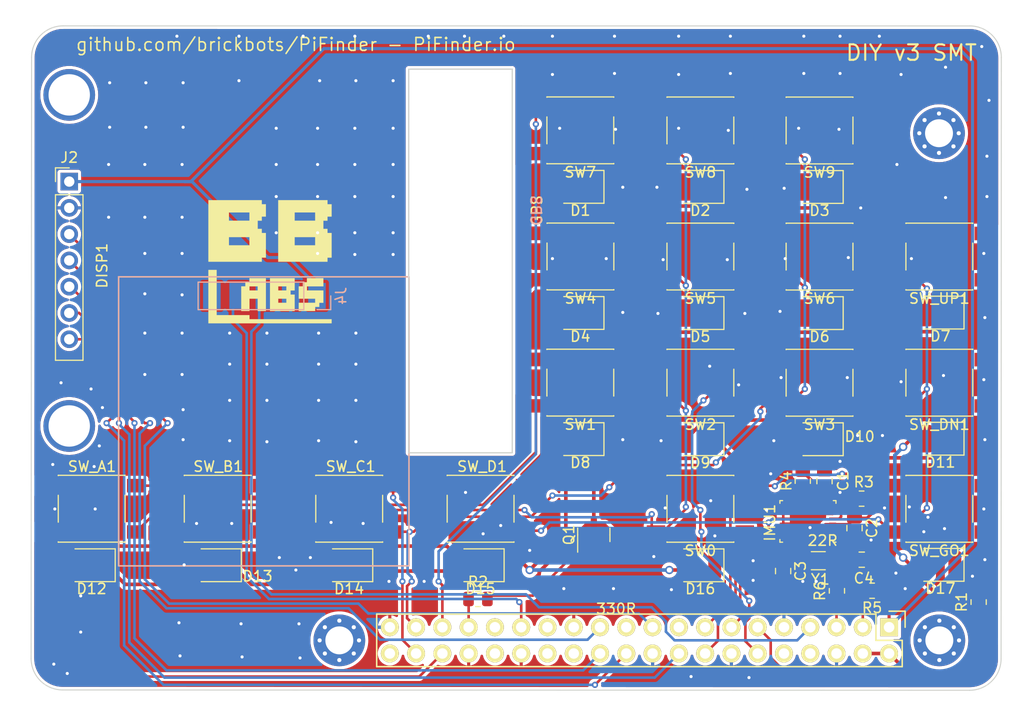
<source format=kicad_pcb>
(kicad_pcb (version 20211014) (generator pcbnew)
  (layers (0 "F.Cu" signal) (31 "B.Cu" signal) (34 "B.Paste" user) (35 "F.Paste" user) (36 "B.SilkS" user "B.Silkscreen") (37 "F.SilkS" user "F.Silkscreen") (38 "B.Mask" user) (39 "F.Mask" user) (44 "Edge.Cuts" user))
  (net 0 "")
  (net 4 "+3.3V")
  (net 5 "UART_TX")
  (net 13 "UART_RX")
  (net 16 "LED_C")
  (net 18 "DISP_DIN")
  (net 19 "DISP_CLK")
  (net 20 "DISP_CS")
  (net 21 "DISP_DC")
  (net 22 "DISP_RST")
  (net 23 "GND")
  (net 24 "I2C_SDA")
  (net 25 "I2C_SCL")
  (net 26 "COL1")
  (net 27 "ROW3")
  (net 28 "COL0")
  (net 29 "ROW2")
  (net 30 "COL2")
  (net 31 "ROW1")
  (net 32 "ROW0")
  (net 33 "ROW4")
  (net 34 "COL3")
  (net 35 "+5V")
  (net 36 "LED_A")
  (net 37 "LED_PWM")
  (net 38 "Net-(Q1-Pad2)")
  (net 40 "Net-(C1-Pad1)")
  (net 42 "Net-(IMU1-Pad4)")
  (net 46 "Net-(IMU1-Pad11)")
  (net 54 "Net-(C3-Pad1)")
  (net 55 "Net-(C4-Pad1)")
  (footprint "LED_SMD:LED_1210_3225Metric" (layer "F.Cu") (at 143.096 94.846 180)
    (fp_text reference "D8")
    (fp_text value "LED")
  )
  (footprint "LED_SMD:LED_1210_3225Metric" (layer "F.Cu") (at 177.9 82.616 180)
    (fp_text reference "D7")
    (fp_text value "LED")
  )
  (footprint "RSU:SW_Push_6x6mm_SMT_withhole_tight" (layer "F.Cu") (at 143.096 89.385 180)
    (fp_text reference "SW1")
    (fp_text value "SW_Push_Dual")
  )
  (footprint "RSU:SW_Push_6x6mm_SMT_withhole_tight" (layer "F.Cu") (at 143.096 64.9998 180)
    (fp_text reference "SW7")
    (fp_text value "SW_Push_Dual")
  )
  (footprint "Horizon:Mount_M2.5" (layer "F.Cu") (at 177.8 114.3)
    (fp_text reference "H3" hide)
    (fp_text value "Hole_Pad" hide)
  )
  (footprint "LED_SMD:LED_1210_3225Metric" (layer "F.Cu") (at 133.444 107.038 180)
    (fp_text reference "D15")
    (fp_text value "LED")
  )
  (footprint "Horizon:Mount_M2.5" (layer "F.Cu") (at 177.768 65.278)
    (fp_text reference "H1" hide)
    (fp_text value "Hole_Pad" hide)
  )
  (footprint "Crystal:Crystal_SMD_3215-2Pin_3.2x1.5mm" (layer "F.Cu") (at 166.1 106.6)
    (fp_text reference "Y1")
    (fp_text value "Crystal")
  )
  (footprint "RSU:SW_Push_6x6mm_SMT_withhole_tight" (layer "F.Cu") (at 143.1066 77.1918 180)
    (fp_text reference "SW4")
    (fp_text value "SW_Push_Dual")
  )
  (footprint "RSU:Waveshare1.5inOled_flushmount" (layer "F.Cu") (at 93.693 68.938)
    (fp_text reference "J2")
    (fp_text value "display")
    (fp_rect (start 42.8244 -9.8552) (end 32.8168 27.2288) (layer "Edge.Cuts") (width 0.12) (fill none))
  )
  (footprint "RSU:PF_SOT-23-NPN" (layer "F.Cu") (at 144.4 104.1 90)
    (fp_text reference "Q1")
    (fp_text value "Q_NPN_EBC")
  )
  (footprint "PiHat:Pin_Header_Straight_2x20" (layer "F.Cu") (at 148.812 114.3 -90)
    (fp_text reference "J1" hide)
    (fp_text value "Raspberry_Pi_2_3")
  )
  (footprint "RSU:SW_Push_6x6mm_SMT_withhole_tight" (layer "F.Cu") (at 166.22 65.0118 180)
    (fp_text reference "SW9")
    (fp_text value "SW_Push_Dual")
  )
  (footprint "LED_SMD:LED_1210_3225Metric" (layer "F.Cu") (at 143.096 82.654 180)
    (fp_text reference "D4")
    (fp_text value "LED")
  )
  (footprint "RSU:SW_Push_6x6mm_SMT_withhole_tight" (layer "F.Cu") (at 133.4546 101.5758 180)
    (fp_text reference "SW_D1")
    (fp_text value "SW_Push_Dual")
  )
  (footprint "Resistor_SMD:R_0805_2012Metric" (layer "F.Cu") (at 171.3 109.5 180)
    (fp_text reference "R5")
    (fp_text value "10k")
  )
  (footprint "LED_SMD:LED_1210_3225Metric" (layer "F.Cu") (at 154.692 94.853 180)
    (fp_text reference "D9")
    (fp_text value "LED")
  )
  (footprint "RSU:SW_Push_6x6mm_SMT_withhole_tight" (layer "F.Cu") (at 177.8 101.584 180)
    (fp_text reference "SW_GO1")
    (fp_text value "SW_Push_Dual")
  )
  (footprint "Capacitor_SMD:C_0805_2012Metric" (layer "F.Cu") (at 169.6 103.45 -90)
    (fp_text reference "C2")
    (fp_text value "100nF")
  )
  (footprint "LED_SMD:LED_1210_3225Metric" (layer "F.Cu") (at 166.22 94.858 180)
    (fp_text reference "D10")
    (fp_text value "LED")
  )
  (footprint "Resistor_SMD:R_0805_2012Metric" (layer "F.Cu") (at 170.2875 100.6 180)
    (fp_text reference "R3")
    (fp_text value "10k")
  )
  (footprint "Capacitor_SMD:C_0805_2012Metric" (layer "F.Cu") (at 170.3 106.5)
    (fp_text reference "C4")
    (fp_text value "22pF")
  )
  (footprint "LED_SMD:LED_1210_3225Metric" (layer "F.Cu") (at 154.692 107.045 180)
    (fp_text reference "D16")
    (fp_text value "LED")
  )
  (footprint "RSU:SW_Push_6x6mm_SMT_withhole_tight" (layer "F.Cu") (at 95.8626 101.5758 180)
    (fp_text reference "SW_A1")
    (fp_text value "SW_Push_Dual")
  )
  (footprint "Resistor_SMD:R_0805_2012Metric" (layer "F.Cu") (at 167.9 109.5125 90)
    (fp_text reference "R6")
    (fp_text value "10k")
  )
  (footprint "RSU:SW_Push_6x6mm_SMT_withhole_tight" (layer "F.Cu") (at 154.7026 77.1988 180)
    (fp_text reference "SW5")
    (fp_text value "SW_Push_Dual")
  )
  (footprint "RSU:SW_Push_6x6mm_SMT_withhole_tight" (layer "F.Cu") (at 108.044 101.577 180)
    (fp_text reference "SW_B1")
    (fp_text value "SW_Push_Dual")
  )
  (footprint "LED_SMD:LED_1210_3225Metric" (layer "F.Cu") (at 166.22 70.474 180)
    (fp_text reference "D3")
    (fp_text value "LED")
  )
  (footprint "LED_SMD:LED_1210_3225Metric" (layer "F.Cu") (at 154.692 70.469 180)
    (fp_text reference "D2")
    (fp_text value "LED")
  )
  (footprint "Capacitor_SMD:C_0805_2012Metric" (layer "F.Cu") (at 166.7 98.9 90)
    (fp_text reference "C1")
    (fp_text value "1uF")
  )
  (footprint "Package_LGA:LGA-28_5.2x3.8mm_P0.5mm" (layer "F.Cu") (at 165.1 102.8 180)
    (fp_text reference "IMU1")
    (fp_text value "BNO055")
  )
  (footprint "LED_SMD:LED_1210_3225Metric" (layer "F.Cu") (at 177.9 94.808 180)
    (fp_text reference "D11")
    (fp_text value "LED")
  )
  (footprint "Resistor_SMD:R_0805_2012Metric" (layer "F.Cu") (at 181.6 110.6 90)
    (fp_text reference "R1")
    (fp_text value "22")
  )
  (footprint "LED_SMD:LED_1210_3225Metric" (layer "F.Cu") (at 108.044 107.038 180)
    (fp_text reference "D13")
    (fp_text value "LED")
  )
  (footprint "RSU:SW_Push_6x6mm_SMT_withhole_tight" (layer "F.Cu") (at 154.7026 89.3908 180)
    (fp_text reference "SW2")
    (fp_text value "SW_Push_Dual")
  )
  (footprint "Horizon:Mount_M2.5" (layer "F.Cu") (at 119.8 114.3)
    (fp_text reference "H4" hide)
    (fp_text value "Hole_Pad" hide)
  )
  (footprint "RSU:SW_Push_6x6mm_SMT_withhole_tight" (layer "F.Cu") (at 120.7546 101.5758 180)
    (fp_text reference "SW_C1")
    (fp_text value "SW_Push_Dual")
  )
  (footprint "LED_SMD:LED_1210_3225Metric" (layer "F.Cu") (at 120.744 107.038 180)
    (fp_text reference "D14")
    (fp_text value "LED")
  )
  (footprint "Resistor_SMD:R_0805_2012Metric" (layer "F.Cu") (at 133.2 110.3)
    (fp_text reference "R2")
    (fp_text value "330")
  )
  (footprint "RSU:SW_Push_6x6mm_SMT_withhole_tight" (layer "F.Cu") (at 177.8 89.392 180)
    (fp_text reference "SW_DN1")
    (fp_text value "SW_Push_Dual")
  )
  (footprint "Resistor_SMD:R_0805_2012Metric" (layer "F.Cu") (at 164.6 98.9 -90)
    (fp_text reference "R4")
    (fp_text value "10k")
  )
  (footprint "RSU_Graphics:bblabs_logo_sml" (layer "F.Cu") (at 113.1 77.7)
    (fp_text reference "G***" hide)
    (fp_text value "LOGO" hide)
  )
  (footprint "LED_SMD:LED_1210_3225Metric" (layer "F.Cu") (at 154.692 82.661 180)
    (fp_text reference "D5")
    (fp_text value "LED")
  )
  (footprint "RSU:SW_Push_6x6mm_SMT_withhole_tight" (layer "F.Cu") (at 154.7026 101.5828 180)
    (fp_text reference "SW0")
    (fp_text value "SW_Push_Dual")
  )
  (footprint "LED_SMD:LED_1210_3225Metric" (layer "F.Cu") (at 177.9 107 180)
    (fp_text reference "D17")
    (fp_text value "LED")
  )
  (footprint "RSU:SW_Push_6x6mm_SMT_withhole_tight" (layer "F.Cu") (at 166.22 89.397 180)
    (fp_text reference "SW3")
    (fp_text value "SW_Push_Dual")
  )
  (footprint "LED_SMD:LED_1210_3225Metric" (layer "F.Cu") (at 166.22 82.666 180)
    (fp_text reference "D6")
    (fp_text value "LED")
  )
  (footprint "Capacitor_SMD:C_0805_2012Metric" (layer "F.Cu") (at 162.7 107.6 -90)
    (fp_text reference "C3")
    (fp_text value "22pF")
  )
  (footprint "LED_SMD:LED_1210_3225Metric" (layer "F.Cu") (at 143.096 70.462 180)
    (fp_text reference "D1")
    (fp_text value "LED")
  )
  (footprint "RSU:SW_Push_6x6mm_SMT_withhole_tight" (layer "F.Cu") (at 166.22 77.205 180)
    (fp_text reference "SW6")
    (fp_text value "SW_Push_Dual")
  )
  (footprint "RSU:SW_Push_6x6mm_SMT_withhole_tight" (layer "F.Cu") (at 154.7026 65.0068 180)
    (fp_text reference "SW8")
    (fp_text value "SW_Push_Dual")
  )
  (footprint "RSU:SW_Push_6x6mm_SMT_withhole_tight" (layer "F.Cu") (at 177.8 77.2 180)
    (fp_text reference "SW_UP1")
    (fp_text value "SW_Push_Dual")
  )
  (footprint "LED_SMD:LED_1210_3225Metric" (layer "F.Cu") (at 95.852 107.038 180)
    (fp_text reference "D12")
    (fp_text value "LED")
  )
  (footprint "RSU:GT-U7_GPS_smt" (layer "B.Cu") (at 117.64 81 90)
    (fp_text reference "J4")
    (fp_text value "GPS Module")
  )
  (gr_rect (start 98.4665 107.1) (end 126.5335 79.16) (layer "B.SilkS") (width 0.15) (fill none))
  (gr_line (start 93.055261 119.092739) (end 180.721 119.126) (layer "Edge.Cuts") (width 0.1))
  (gr_line (start 183.769 116.078) (end 183.792764 57.955248) (layer "Edge.Cuts") (width 0.1))
  (gr_arc (start 183.769 116.078) (mid 182.876258 118.23324) (end 180.721 119.126) (layer "Edge.Cuts") (width 0.1))
  (gr_line (start 90.052 57.948) (end 90.007261 116.044739) (layer "Edge.Cuts") (width 0.1))
  (gr_arc (start 93.055261 119.092739) (mid 90.9 118.2) (end 90.007261 116.044739) (layer "Edge.Cuts") (width 0.1))
  (gr_line (start 180.744764 54.907248) (end 93.1 54.9) (layer "Edge.Cuts") (width 0.1))
  (gr_arc (start 180.744764 54.907248) (mid 182.899996 55.800016) (end 183.792764 57.955248) (layer "Edge.Cuts") (width 0.1))
  (gr_arc (start 90.052 57.948) (mid 90.944739 55.792739) (end 93.1 54.9) (layer "Edge.Cuts") (width 0.1))
  (gr_text "GPS" (at 138.778 72.748 270) (layer "B.SilkS") (effects (font (size 1 1)) (justify mirror)))
  (gr_text "DIY v3 SMT" (at 175.1 57.5) (layer "F.SilkS") (effects (font (size 1.5 1.5) (thickness 0.2))))
  (gr_text "github.com/brickbots/PiFinder - PiFinder.io" (at 115.6 56.7) (layer "F.SilkS") (effects (font (size 1.25 1.25))))
  (gr_text "330R" (at 146.558 111.252) (layer "F.SilkS") (effects (font (size 1 1))))
  (gr_text "DISP1" (at 96.868 78.082 90) (layer "F.SilkS") (effects (font (size 1 1))))
  (gr_text "22R" (at 166.52 104.653) (layer "F.SilkS") (effects (font (size 1 1))))
  (gr_text "GPS" (at 138.905 72.748 90) (layer "F.SilkS") (effects (font (size 1 1))))
  (segment (start 169.6 102.5) (end 170.7 102.5) (width 0.3) (layer "F.Cu") (net 4))
  (segment (start 172.2125 108.6125) (end 172.2125 109.5) (width 0.3) (layer "F.Cu") (net 4))
  (segment (start 171.2 102.1) (end 171.2 100.6) (width 0.3) (layer "F.Cu") (net 4))
  (segment (start 172.2125 104.0125) (end 172.2125 109.5) (width 0.3) (layer "F.Cu") (net 4))
  (segment (start 169.6 102.5) (end 170.8 102.5) (width 0.3) (layer "F.Cu") (net 4))
  (segment (start 166.85 103.905) (end 166.85 104.4625) (width 0.2) (layer "F.Cu") (net 4))
  (segment (start 166.7 103.133) (end 166.7 103.755) (width 0.2) (layer "F.Cu") (net 4))
  (segment (start 166.783 103.05) (end 166.7 103.133) (width 0.2) (layer "F.Cu") (net 4))
  (segment (start 169.05 103.05) (end 167.4875 103.05) (width 0.2) (layer "F.Cu") (net 4))
  (segment (start 172.942 110.2295) (end 172.942 113.03) (width 0.3) (layer "F.Cu") (net 4))
  (segment (start 165.5125 98.9) (end 164.6 97.9875) (width 0.3) (layer "F.Cu") (net 4))
  (segment (start 169.6 102.5) (end 169.05 103.05) (width 0.3) (layer "F.Cu") (net 4))
  (segment (start 167.9 108.6) (end 168.3 108.2) (width 0.3) (layer "F.Cu") (net 4))
  (segment (start 172.2125 109.5) (end 172.942 110.2295) (width 0.3) (layer "F.Cu") (net 4))
  (segment (start 168.3 108.2) (end 171.8 108.2) (width 0.3) (layer "F.Cu") (net 4))
  (segment (start 169.5 98.9) (end 165.5125 98.9) (width 0.3) (layer "F.Cu") (net 4))
  (segment (start 170.7 102.5) (end 172.2125 104.0125) (width 0.3) (layer "F.Cu") (net 4))
  (segment (start 171.2 100.6) (end 169.5 98.9) (width 0.3) (layer "F.Cu") (net 4))
  (segment (start 171.8 108.2) (end 172.2125 108.6125) (width 0.3) (layer "F.Cu") (net 4))
  (segment (start 166.7 103.755) (end 166.85 103.905) (width 0.2) (layer "F.Cu") (net 4))
  (segment (start 170.8 102.5) (end 171.2 102.1) (width 0.3) (layer "F.Cu") (net 4))
  (segment (start 167.4875 103.05) (end 166.783 103.05) (width 0.2) (layer "F.Cu") (net 4))
  (segment (start 181.004317 104.967683) (end 172.942 113.03) (width 0.3) (layer "B.Cu") (net 4))
  (segment (start 105.454 69.946) (end 118.3 57.1) (width 0.3) (layer "B.Cu") (net 4))
  (segment (start 105.454 69.954) (end 105.454 69.946) (width 0.3) (layer "B.Cu") (net 4))
  (segment (start 105.554 69.954) (end 112.9 77.3) (width 0.3) (layer "B.Cu") (net 4))
  (segment (start 112.9 77.3) (end 114.9 77.3) (width 0.3) (layer "B.Cu") (net 4))
  (segment (start 118.3 57.1) (end 179.7 57.1) (width 0.3) (layer "B.Cu") (net 4))
  (segment (start 114.9 77.3) (end 117.64 80.04) (width 0.3) (layer "B.Cu") (net 4))
  (segment (start 104.854 69.954) (end 105.554 69.954) (width 0.3) (layer "B.Cu") (net 4))
  (segment (start 117.64 80.04) (end 117.64 81) (width 0.3) (layer "B.Cu") (net 4))
  (segment (start 181.004317 58.404317) (end 181.004317 104.967683) (width 0.3) (layer "B.Cu") (net 4))
  (segment (start 105.454 69.954) (end 104.854 69.954) (width 0.3) (layer "B.Cu") (net 4))
  (segment (start 104.854 69.954) (end 93.693 69.954) (width 0.3) (layer "B.Cu") (net 4))
  (segment (start 179.7 57.1) (end 181.004317 58.404317) (width 0.3) (layer "B.Cu") (net 4))
  (segment (start 151.373108 112.486962) (end 149.986146 111.1) (width 0.25) (layer "B.Cu") (net 5))
  (segment (start 149.986146 111.1) (end 139.1 111.1) (width 0.25) (layer "B.Cu") (net 5))
  (segment (start 111.3 107.9) (end 111.3 84.46) (width 0.25) (layer "B.Cu") (net 5))
  (segment (start 112.06 83.7) (end 112.06 81.96) (width 0.25) (layer "B.Cu") (net 5))
  (segment (start 111.3 84.46) (end 112.06 83.7) (width 0.25) (layer "B.Cu") (net 5))
  (segment (start 165.322 113.03) (end 164.059036 114.292964) (width 0.25) (layer "B.Cu") (net 5))
  (segment (start 137.85 109.85) (end 113.25 109.85) (width 0.25) (layer "B.Cu") (net 5))
  (segment (start 113.25 109.85) (end 111.3 107.9) (width 0.25) (layer "B.Cu") (net 5))
  (segment (start 139.1 111.1) (end 137.85 109.85) (width 0.25) (layer "B.Cu") (net 5))
  (segment (start 164.059036 114.292964) (end 152.204029 114.292964) (width 0.25) (layer "B.Cu") (net 5))
  (segment (start 151.373108 113.462043) (end 151.373108 112.486962) (width 0.25) (layer "B.Cu") (net 5))
  (segment (start 152.204029 114.292964) (end 151.373108 113.462043) (width 0.25) (layer "B.Cu") (net 5))
  (segment (start 137.382 110.782) (end 137.382 113.03) (width 0.25) (layer "F.Cu") (net 13))
  (segment (start 137.2 110.6) (end 137.382 110.782) (width 0.25) (layer "F.Cu") (net 13))
  (via (at 137.2 110.6) (size 0.6) (drill 0.3) (layers "F.Cu" "B.Cu") (net 13))
  (segment (start 110.845 108.145) (end 113 110.3) (width 0.25) (layer "B.Cu") (net 13))
  (segment (start 110.845 84.605) (end 110.845 108.145) (width 0.25) (layer "B.Cu") (net 13))
  (segment (start 109.52 83.28) (end 110.845 84.605) (width 0.25) (layer "B.Cu") (net 13))
  (segment (start 113 110.3) (end 136.9 110.3) (width 0.25) (layer "B.Cu") (net 13))
  (segment (start 136.9 110.3) (end 137.2 110.6) (width 0.25) (layer "B.Cu") (net 13))
  (segment (start 109.52 81.96) (end 109.52 83.28) (width 0.25) (layer "B.Cu") (net 13))
  (segment (start 99.102 108.888) (end 107.594 108.888) (width 0.35) (layer "F.Cu") (net 16))
  (segment (start 131.347984 108.888) (end 132.994 108.888) (width 0.35) (layer "F.Cu") (net 16))
  (segment (start 139.125 107.883148) (end 138.026513 108.981635) (width 0.35) (layer "F.Cu") (net 16))
  (segment (start 177.45 84.466) (end 179.3 82.616) (width 0.35) (layer "F.Cu") (net 16))
  (segment (start 143.632906 103.1625) (end 139.125 107.670406) (width 0.35) (layer "F.Cu") (net 16))
  (segment (start 179.3 82.616) (end 179.3 94.808) (width 0.35) (layer "F.Cu") (net 16))
  (segment (start 179.3 78.1536) (end 171.6204 70.474) (width 0.35) (layer "F.Cu") (net 16))
  (segment (start 138.026513 108.981635) (end 136.787635 108.981635) (width 0.35) (layer "F.Cu") (net 16))
  (segment (start 169.42 96.658) (end 177.45 96.658) (width 0.35) (layer "F.Cu") (net 16))
  (segment (start 120.294 108.888) (end 122.144 107.038) (width 0.35) (layer "F.Cu") (net 16))
  (segment (start 122.144 107.038) (end 122.706 107.6) (width 0.35) (layer "F.Cu") (net 16))
  (segment (start 157.947 84.516) (end 165.77 84.516) (width 0.35) (layer "F.Cu") (net 16))
  (segment (start 97.252 107.038) (end 99.102 108.888) (width 0.35) (layer "F.Cu") (net 16))
  (segment (start 139.125 107.670406) (end 139.125 107.883148) (width 0.35) (layer "F.Cu") (net 16))
  (segment (start 144.496 82.654) (end 146.353 84.511) (width 0.35) (layer "F.Cu") (net 16))
  (segment (start 156.092 94.853) (end 158.189 96.95) (width 0.35) (layer "F.Cu") (net 16))
  (segment (start 179.3 94.808) (end 179.3 107) (width 0.35) (layer "F.Cu") (net 16))
  (segment (start 144.496 94.846) (end 146.353 96.703) (width 0.35) (layer "F.Cu") (net 16))
  (segment (start 136.787635 108.981635) (end 134.844 107.038) (width 0.35) (layer "F.Cu") (net 16))
  (segment (start 144.496 70.462) (end 146.353 72.319) (width 0.35) (layer "F.Cu") (net 16))
  (segment (start 144.4 103.1625) (end 144.4 94.942) (width 0.35) (layer "F.Cu") (net 16))
  (segment (start 111.294 108.888) (end 120.294 108.888) (width 0.35) (layer "F.Cu") (net 16))
  (segment (start 122.706 107.6) (end 130.059984 107.6) (width 0.35) (layer "F.Cu") (net 16))
  (segment (start 154.242 96.703) (end 156.092 94.853) (width 0.35) (layer "F.Cu") (net 16))
  (segment (start 156.092 82.661) (end 157.947 84.516) (width 0.35) (layer "F.Cu") (net 16))
  (segment (start 167.62 94.858) (end 169.42 96.658) (width 0.35) (layer "F.Cu") (net 16))
  (segment (start 132.994 108.888) (end 134.844 107.038) (width 0.35) (layer "F.Cu") (net 16))
  (segment (start 147.495 105.195) (end 145.4625 103.1625) (width 0.35) (layer "F.Cu") (net 16))
  (segment (start 169.42 84.466) (end 177.45 84.466) (width 0.35) (layer "F.Cu") (net 16))
  (segment (start 165.528 96.95) (end 167.62 94.858) (width 0.35) (layer "F.Cu") (net 16))
  (segment (start 154.242 84.511) (end 156.092 82.661) (width 0.35) (layer "F.Cu") (net 16))
  (segment (start 154.242 72.319) (end 156.092 70.469) (width 0.35) (layer "F.Cu") (net 16))
  (segment (start 156.092 107.045) (end 154.242 105.195) (width 0.35) (layer "F.Cu") (net 16))
  (segment (start 179.3 82.616) (end 179.3 78.1536) (width 0.35) (layer "F.Cu") (net 16))
  (segment (start 156.092 70.469) (end 158.123 72.5) (width 0.35) (layer "F.Cu") (net 16))
  (segment (start 165.77 84.516) (end 167.62 82.666) (width 0.35) (layer "F.Cu") (net 16))
  (segment (start 158.123 72.5) (end 165.594 72.5) (width 0.35) (layer "F.Cu") (net 16))
  (segment (start 144.4 103.1625) (end 143.632906 103.1625) (width 0.35) (layer "F.Cu") (net 16))
  (segment (start 167.62 82.666) (end 169.42 84.466) (width 0.35) (layer "F.Cu") (net 16))
  (segment (start 130.059984 107.6) (end 131.347984 108.888) (width 0.35) (layer "F.Cu") (net 16))
  (segment (start 146.353 72.319) (end 154.242 72.319) (width 0.35) (layer "F.Cu") (net 16))
  (segment (start 145.4625 103.1625) (end 144.4 103.1625) (width 0.35) (layer "F.Cu") (net 16))
  (segment (start 154.242 105.195) (end 147.495 105.195) (width 0.35) (layer "F.Cu") (net 16))
  (segment (start 177.45 96.658) (end 179.3 94.808) (width 0.35) (layer "F.Cu") (net 16))
  (segment (start 165.594 72.5) (end 167.62 70.474) (width 0.35) (layer "F.Cu") (net 16))
  (segment (start 109.444 107.038) (end 111.294 108.888) (width 0.35) (layer "F.Cu") (net 16))
  (segment (start 146.353 84.511) (end 154.242 84.511) (width 0.35) (layer "F.Cu") (net 16))
  (segment (start 171.6204 70.474) (end 167.62 70.474) (width 0.35) (layer "F.Cu") (net 16))
  (segment (start 158.189 96.95) (end 165.528 96.95) (width 0.35) (layer "F.Cu") (net 16))
  (segment (start 107.594 108.888) (end 109.444 107.038) (width 0.35) (layer "F.Cu") (net 16))
  (segment (start 146.353 96.703) (end 154.242 96.703) (width 0.35) (layer "F.Cu") (net 16))
  (segment (start 99.9 90) (end 103.2 93.3) (width 0.25) (layer "F.Cu") (net 18))
  (segment (start 93.693 75.034) (end 99.9 81.241) (width 0.25) (layer "F.Cu") (net 18))
  (segment (start 99.9 81.241) (end 99.9 90) (width 0.25) (layer "F.Cu") (net 18))
  (via (at 103.2 93.3) (size 0.6) (drill 0.3) (layers "F.Cu" "B.Cu") (net 18))
  (segment (start 148.752 111.7) (end 122.6 111.7) (width 0.25) (layer "B.Cu") (net 18))
  (segment (start 103.35 110.75) (end 101 108.4) (width 0.25) (layer "B.Cu") (net 18))
  (segment (start 150.082 113.03) (end 148.752 111.7) (width 0.25) (layer "B.Cu") (net 18))
  (segment (start 121.65 110.75) (end 103.35 110.75) (width 0.25) (layer "B.Cu") (net 18))
  (segment (start 101 108.4) (end 101 95.5) (width 0.25) (layer "B.Cu") (net 18))
  (segment (start 122.6 111.7) (end 121.65 110.75) (width 0.25) (layer "B.Cu") (net 18))
  (segment (start 101 95.5) (end 103.2 93.3) (width 0.25) (layer "B.Cu") (net 18))
  (segment (start 99.4 83.281) (end 99.4 91.7) (width 0.25) (layer "F.Cu") (net 19))
  (segment (start 101 93.3) (end 101.5 93.3) (width 0.25) (layer "F.Cu") (net 19))
  (segment (start 93.693 77.574) (end 99.4 83.281) (width 0.25) (layer "F.Cu") (net 19))
  (segment (start 99.4 91.7) (end 101 93.3) (width 0.25) (layer "F.Cu") (net 19))
  (via (at 101.5 93.3) (size 0.6) (drill 0.3) (layers "F.Cu" "B.Cu") (net 19))
  (segment (start 100.5 108.6) (end 100.5 94.3) (width 0.25) (layer "B.Cu") (net 19))
  (segment (start 100.5 94.3) (end 101.5 93.3) (width 0.25) (layer "B.Cu") (net 19))
  (segment (start 143.7934 114.2386) (end 123.733754 114.2386) (width 0.25) (layer "B.Cu") (net 19))
  (segment (start 145.002 113.03) (end 143.7934 114.2386) (width 0.25) (layer "B.Cu") (net 19))
  (segment (start 123.733754 114.2386) (end 120.695154 111.2) (width 0.25) (layer "B.Cu") (net 19))
  (segment (start 120.695154 111.2) (end 103.1 111.2) (width 0.25) (layer "B.Cu") (net 19))
  (segment (start 103.1 111.2) (end 100.5 108.6) (width 0.25) (layer "B.Cu") (net 19))
  (segment (start 98.95 92.15) (end 100 93.2) (width 0.25) (layer "F.Cu") (net 20))
  (segment (start 98.95 85.25) (end 98.95 92.15) (width 0.25) (layer "F.Cu") (net 20))
  (segment (start 93.814 80.114) (end 98.95 85.25) (width 0.25) (layer "F.Cu") (net 20))
  (via (at 100 93.3) (size 0.6) (drill 0.3) (layers "F.Cu" "B.Cu") (net 20))
  (segment (start 143.372 117.2) (end 103.1 117.2) (width 0.25) (layer "B.Cu") (net 20))
  (segment (start 100 114.1) (end 100 93.2) (width 0.25) (layer "B.Cu") (net 20))
  (segment (start 103.1 117.2) (end 100 114.1) (width 0.25) (layer "B.Cu") (net 20))
  (segment (start 145.002 115.57) (end 143.372 117.2) (width 0.25) (layer "B.Cu") (net 20))
  (segment (start 98.5 86.5) (end 98.5 93.3) (width 0.25) (layer "F.Cu") (net 21))
  (segment (start 94.654 82.654) (end 98.5 86.5) (width 0.25) (layer "F.Cu") (net 21))
  (segment (start 93.693 82.654) (end 94.654 82.654) (width 0.25) (layer "F.Cu") (net 21))
  (via (at 98.5 93.3) (size 0.6) (drill 0.3) (layers "F.Cu" "B.Cu") (net 21))
  (segment (start 150.292 117.9) (end 102.9 117.9) (width 0.25) (layer "B.Cu") (net 21))
  (segment (start 99.5 114.5) (end 99.5 94.4) (width 0.25) (layer "B.Cu") (net 21))
  (segment (start 152.622 115.57) (end 150.292 117.9) (width 0.25) (layer "B.Cu") (net 21))
  (segment (start 99.5 94.4) (end 98.5 93.4) (width 0.25) (layer "B.Cu") (net 21))
  (segment (start 102.9 117.9) (end 99.5 114.5) (width 0.25) (layer "B.Cu") (net 21))
  (segment (start 93.693 85.194) (end 96.494 85.194) (width 0.25) (layer "F.Cu") (net 22))
  (segment (start 96.494 85.194) (end 98.05 86.75) (width 0.25) (layer "F.Cu") (net 22))
  (segment (start 147.542 115.57) (end 144.512 118.6) (width 0.25) (layer "F.Cu") (net 22))
  (segment (start 98.05 92.55) (end 97.3 93.3) (width 0.25) (layer "F.Cu") (net 22))
  (segment (start 98.05 86.75) (end 98.05 92.55) (width 0.25) (layer "F.Cu") (net 22))
  (via (at 97.3 93.3) (size 0.6) (drill 0.3) (layers "F.Cu" "B.Cu") (net 22))
  (via (at 144.512 118.6) (size 0.6) (drill 0.3) (layers "F.Cu" "B.Cu") (net 22))
  (segment (start 102.8 118.6) (end 144.512 118.6) (width 0.25) (layer "B.Cu") (net 22))
  (segment (start 99 114.8) (end 102.8 118.6) (width 0.25) (layer "B.Cu") (net 22))
  (segment (start 97.3 93.3) (end 99 95) (width 0.25) (layer "B.Cu") (net 22))
  (segment (start 99 95) (end 99 114.8) (width 0.25) (layer "B.Cu") (net 22))
  (segment (start 167.35 101.1375) (end 167.35 101.9125) (width 0.3) (layer "F.Cu") (net 23))
  (segment (start 168.75 103.55) (end 169.6 104.4) (width 0.3) (layer "F.Cu") (net 23))
  (segment (start 162.7125 103.05) (end 164.95 103.05) (width 0.3) (layer "F.Cu") (net 23))
  (segment (start 167.4875 103.55) (end 168.75 103.55) (width 0.3) (layer "F.Cu") (net 23))
  (segment (start 164.95 103.05) (end 165.3 103.4) (width 0.3) (layer "F.Cu") (net 23))
  (segment (start 166.65 102.05) (end 165.3 103.4) (width 0.3) (layer "F.Cu") (net 23))
  (segment (start 165.35 103.45) (end 165.3 103.4) (width 0.3) (layer "F.Cu") (net 23))
  (segment (start 165.35 104.4625) (end 165.35 103.45) (width 0.3) (layer "F.Cu") (net 23))
  (segment (start 167.4875 102.05) (end 166.65 102.05) (width 0.3) (layer "F.Cu") (net 23))
  (segment (start 167.35 101.9125) (end 167.4875 102.05) (width 0.3) (layer "F.Cu") (net 23))
  (via (at 117.8 91.1) (size 0.6) (drill 0.3) (layers "F.Cu" "B.Cu") (net 23))
  (via (at 125 64.8) (size 0.6) (drill 0.3) (layers "F.Cu" "B.Cu") (net 23))
  (via (at 172 55.9) (size 0.6) (drill 0.3) (layers "F.Cu" "B.Cu") (net 23))
  (via (at 172.3 94.5) (size 0.6) (drill 0.3) (layers "F.Cu" "B.Cu") (net 23))
  (via (at 110.3 112.7) (size 0.6) (drill 0.3) (layers "F.Cu" "B.Cu") (net 23))
  (via (at 159 82.7) (size 0.6) (drill 0.3) (layers "F.Cu" "B.Cu") (net 23))
  (via (at 145.6 77.4) (size 0.6) (drill 0.3) (layers "F.Cu" "B.Cu") (net 23))
  (via (at 117.8 95) (size 0.6) (drill 0.3) (layers "F.Cu" "B.Cu") (net 23))
  (via (at 155.6 87.8) (size 0.6) (drill 0.3) (layers "F.Cu" "B.Cu") (net 23))
  (via (at 155.7 100.8) (size 0.6) (drill 0.3) (layers "F.Cu" "B.Cu") (net 23))
  (via (at 173.7 68.3) (size 0.6) (drill 0.3) (layers "F.Cu" "B.Cu") (net 23))
  (via (at 162.5 88.9) (size 0.6) (drill 0.3) (layers "F.Cu" "B.Cu") (net 23))
  (via (at 101 73.4) (size 0.6) (drill 0.3) (layers "F.Cu" "B.Cu") (net 23))
  (via (at 174.9 101.4) (size 0.6) (drill 0.3) (layers "F.Cu" "B.Cu") (net 23))
  (via (at 117.9 60.2) (size 0.6) (drill 0.3) (layers "F.Cu" "B.Cu") (net 23))
  (via (at 146.4 55.9) (size 0.6) (drill 0.3) (layers "F.Cu" "B.Cu") (net 23))
  (via (at 182.6 62.1) (size 0.6) (drill 0.3) (layers "F.Cu" "B.Cu") (net 23))
  (via (at 157.6 55.9) (size 0.6) (drill 0.3) (layers "F.Cu" "B.Cu") (net 23))
  (via (at 101 88.6) (size 0.6) (drill 0.3) (layers "F.Cu" "B.Cu") (net 23))
  (via (at 92.3 101.6) (size 0.6) (drill 0.3) (layers "F.Cu" "B.Cu") (net 23))
  (via (at 140.4 77.4) (size 0.6) (drill 0.3) (layers "F.Cu" "B.Cu") (net 23))
  (via (at 174.1 89.3) (size 0.6) (drill 0.3) (layers "F.Cu" "B.Cu") (net 23))
  (via (at 141.5 109.3) (size 0.6) (drill 0.3) (layers "F.Cu" "B.Cu") (net 23))
  (via (at 113.7 64.8) (size 0.6) (drill 0.3) (layers "F.Cu" "B.Cu") (net 23))
  (via (at 178.4 71.5) (size 0.6) (drill 0.3) (layers "F.Cu" "B.Cu") (net 23))
  (via (at 121.3 77) (size 0.6) (drill 0.3) (layers "F.Cu" "B.Cu") (net 23))
  (via (at 151.1 77.5) (size 0.6) (drill 0.3) (layers "F.Cu" "B.Cu") (net 23))
  (via (at 97.6 60.4) (size 0.6) (drill 0.3) (layers "F.Cu" "B.Cu") (net 23))
  (via (at 156.1 104.2) (size 0.6) (drill 0.3) (layers "F.Cu" "B.Cu") (net 23))
  (via (at 97.6 64.7) (size 0.6) (drill 0.3) (layers "F.Cu" "B.Cu") (net 23))
  (via (at 109.2 84.6) (size 0.6) (drill 0.3) (layers "F.Cu" "B.Cu") (net 23))
  (via (at 121.4 84.6) (size 0.6) (drill 0.3) (layers "F.Cu" "B.Cu") (net 23))
  (via (at 128.4 55.9) (size 0.6) (drill 0.3) (layers "F.Cu" "B.Cu") (net 23))
  (via (at 113.7 68.3) (size 0.6) (drill 0.3) (layers "F.Cu" "B.Cu") (net 23))
  (via (at 101 84.6) (size 0.6) (drill 0.3) (layers "F.Cu" "B.Cu") (net 23))
  (via (at 131.9 55.9) (size 0.6) (drill 0.3) (layers "F.Cu" "B.Cu") (net 23))
  (via (at 164.7 55.9) (size 0.6) (drill 0.3) (layers "F.Cu" "B.Cu") (net 23))
  (via (at 146.3 109.3) (size 0.6) (drill 0.3) (layers "F.Cu" "B.Cu") (net 23))
  (via (at 109.2 95) (size 0.6) (drill 0.3) (layers "F.Cu" "B.Cu") (net 23))
  (via (at 121.4 87.6) (size 0.6) (drill 0.3) (layers "F.Cu" "B.Cu") (net 23))
  (via (at 151.3 101.5) (size 0.6) (drill 0.3) (layers "F.Cu" "B.Cu") (net 23))
  (via (at 119 102.9) (size 0.6) (drill 0.3) (layers "F.Cu" "B.Cu") (net 23))
  (via (at 121.4 60.2) (size 0.6) (drill 0.3) (layers "F.Cu" "B.Cu") (net 23))
  (via (at 125 60.2) (size 0.6) (drill 0.3) (layers "F.Cu" "B.Cu") (net 23))
  (via (at 101 80.8) (size 0.6) (drill 0.3) (layers "F.Cu" "B.Cu") (net 23))
  (via (at 128 108.6) (size 0.6) (drill 0.3) (layers "F.Cu" "B.Cu") (net 23))
  (via (at 101.1 60.4) (size 0.6) (drill 0.3) (layers "F.Cu" "B.Cu") (net 23))
  (via (at 109.2 87.6) (size 0.6) (drill 0.3) (layers "F.Cu" "B.Cu") (net 23))
  (via (at 113.7 71.4) (size 0.6) (drill 0.3) (layers "F.Cu" "B.Cu") (net 23))
  (via (at 174.5 109.3) (size 0.6) (drill 0.3) (layers "F.Cu" "B.Cu") (net 23))
  (via (at 152.6 55.9) (size 0.6) (drill 0.3) (layers "F.Cu" "B.Cu") (net 23))
  (via (at 117.8 84.6) (size 0.6) (drill 0.3) (layers "F.Cu" "B.Cu") (net 23))
  (via (at 110.1 60.2) (size 0.6) (drill 0.3) (layers "F.Cu" "B.Cu") (net 23))
  (via (at 147.2 70.5) (size 0.6) (drill 0.3) (layers "F.Cu" "B.Cu") (net 23))
  (via (at 104.7 94.9) (size 0.6) (drill 0.3) (layers "F.Cu" "B.Cu") (net 23))
  (via (at 168.9 88.9) (size 0.6) (drill 0.3) (layers "F.Cu" "B.Cu") (net 23))
  (via (at 115.9 112.7) (size 0.6) (drill 0.3) (layers "F.Cu" "B.Cu") (net 23))
  (via (at 101 76.9) (size 0.6) (drill 0.3) (layers "F.Cu" "B.Cu") (net 23))
  (via (at 104.6 84.6) (size 0.6) (drill 0.3) (layers "F.Cu" "B.Cu") (net 23))
  (via (at 169 77.3) (size 0.6) (drill 0.3) (layers "F.Cu" "B.Cu") (net 23))
  (via (at 104.3 112.6) (size 0.6) (drill 0.3) (layers "F.Cu" "B.Cu") (net 23))
  (via (at 117 106.3) (size 0.6) (drill 0.3) (layers "F.Cu" "B.Cu") (net 23))
  (via (at 182.4 71.4) (size 0.6) (drill 0.3) (layers "F.Cu" "B.Cu") (net 23))
  (via (at 104.8 107) (size 0.6) (drill 0.3) (layers "F.Cu" "B.Cu") (net 23))
  (via (at 150.2 106.2) (size 0.6) (drill 0.3) (layers "F.Cu" "B.Cu") (net 23))
  (via (at 182.1 76.9) (size 0.6) (drill 0.3) (layers "F.Cu" "B.Cu") (net 23))
  (via (at 168.2 97) (size 0.6) (drill 0.3) (layers "F.Cu" "B.Cu") (net 23))
  (via (at 150.5 70.5) (size 0.6) (drill 0.3) (layers "F.Cu" "B.Cu") (net 23))
  (via (at 162.8 70.6) (size 0.6) (drill 0.3) (layers "F.Cu" "B.Cu") (net 23))
  (via (at 158.4 89.6) (size 0.6) (drill 0.3) (layers "F.Cu" "B.Cu") (net 23))
  (via (at 104.1 55.9) (size 0.6) (drill 0.3) (layers "F.Cu" "B.Cu") (net 23))
  (via (at 146.5 64.9) (size 0.6) (drill 0.3) (layers "F.Cu" "B.Cu") (net 23))
  (via (at 97.5 73.4) (size 0.6) (drill 0.3) (layers "F.Cu" "B.Cu") (net 23))
  (via (at 125 77) (size 0.6) (drill 0.3) (layers "F.Cu" "B.Cu") (net 23))
  (via (at 96.2 101.6) (size 0.6) (drill 0.3) (layers "F.Cu" "B.Cu") (net 23))
  (via (at 174.1 59.6) (size 0.6) (drill 0.3) (layers "F.Cu" "B.Cu") (net 23))
  (via (at 162.4 82.5) (size 0.6) (drill 0.3) (layers "F.Cu" "B.Cu") (net 23))
  (via (at 125 74.9) (size 0.6) (drill 0.3) (layers "F.Cu" "B.Cu") (net 23))
  (via (at 182.1 101.6) (size 0.6) (drill 0.3) (layers "F.Cu" "B.Cu") (net 23))
  (via (at 175.1 77.4) (size 0.6) (drill 0.3) (layers "F.Cu" "B.Cu") (net 23))
  (via (at 162.9 77.4) (size 0.6) (drill 0.3) (layers "F.Cu" "B.Cu") (net 23))
  (via (at 151.9 109.4) (size 0.6) (drill 0.3) (layers "F.Cu" "B.Cu") (net 23))
  (via (at 159.2 70.7) (size 0.6) (drill 0.3) (layers "F.Cu" "B.Cu") (net 23))
  (via (at 157.4 65) (size 0.6) (drill 0.3) (layers "F.Cu" "B.Cu") (net 23))
  (via (at 161.8 95) (size 0.6) (drill 0.3) (layers "F.Cu" "B.Cu") (net 23))
  (via (at 146.4 59.5) (size 0.6) (drill 0.3) (layers "F.Cu" "B.Cu") (net 23))
  (via (at 104.6 73.4) (size 0.6) (drill 0.3) (layers "F.Cu" "B.Cu") (net 23))
  (via (at 182.2 94.9) (size 0.6) (drill 0.3) (layers "F.Cu" "B.Cu") (net 23))
  (via (at 178.4 58.9) (size 0.6) (drill 0.3) (layers "F.Cu" "B.Cu") (net 23))
  (via (at 150.9 95) (size 0.6) (drill 0.3) (layers "F.Cu" "B.Cu") (net 23))
  (via (at 178.2 88.7) (size 0.6) (drill 0.3) (layers "F.Cu" "B.Cu") (net 23))
  (via (at 94.8 113.5) (size 0.6) (drill 0.3) (layers "F.Cu" "B.Cu") (net 23))
  (via (at 171.2 104.6) (size 0.6) (drill 0.3) (layers "F.Cu" "B.Cu") (net 23))
  (via (at 110.4 115.9) (size 0.6) (drill 0.3) (layers "F.Cu" "B.Cu") (net 23))
  (via (at 121.4 95.1) (size 0.6) (drill 0.3) (layers "F.Cu" "B.Cu") (net 23))
  (via (at 133.7 104) (size 0.6) (drill 0.3) (layers "F.Cu" "B.Cu") (net 23))
  (via (at 141.1 64.8) (size 0.6) (drill 0.3) (layers "F.Cu" "B.Cu") (net 23))
  (via (at 112.8 95.1) (size 0.6) (drill 0.3) (layers "F.Cu" "B.Cu") (net 23))
  (via (at 182.2 106.5) (size 0.6) (drill 0.3) (layers "F.Cu" "B.Cu") (net 23))
  (via (at 117.8 87.6) (size 0.6) (drill 0.3) (layers "F.Cu" "B.Cu") (net 23))
  (via (at 176.3 103.8) (size 0.6) (drill 0.3) (layers "F.Cu" "B.Cu") (net 23))
  (via (at 159.4 117.9) (size 0.6) (drill 0.3) (layers "F.Cu" "B.Cu") (net 23))
  (via (at 104.7 64.7) (size 0.6) (drill 0.3) (layers "F.Cu" "B.Cu") (net 23))
  (via (at 165.3 103.4) (size 0.6) (drill 0.3) (layers "F.Cu" "B.Cu") (net 23))
  (via (at 182.1 89.1) (size 0.6) (drill 0.3) (layers "F.Cu" "B.Cu") (net 23))
  (via (at 157.6 59.5) (size 0.6) (drill 0.3) (layers "F.Cu" "B.Cu") (net 23))
  (via (at 115.6 107.5) (size 0.6) (drill 0.3) (layers "F.Cu" "B.Cu") (net 23))
  (via (at 176.7 102.4) (size 0.6) (drill 0.3) (layers "F.Cu" "B.Cu") (net 23))
  (via (at 164.6 108.6) (size 0.6) (drill 0.3) (layers "F.Cu" "B.Cu") (net 23))
  (via (at 97.5 68.3) (size 0.6) (drill 0.3) (layers "F.Cu" "B.Cu") (net 23))
  (via (at 161.5 98.2) (size 0.6) (drill 0.3) (layers "F.Cu" "B.Cu") (net 23))
  (via (at 104.6 88.6) (size 0.6) (drill 0.3) (layers "F.Cu" "B.Cu") (net 23))
  (via (at 161.1 101.7) (size 0.6) (drill 0.3) (layers "F.Cu" "B.Cu") (net 23))
  (via (at 101.1 64.7) (size 0.6) (drill 0.3) (layers "F.Cu" "B.Cu") (net 23))
  (via (at 96.9 91.8) (size 0.6) (drill 0.3) (layers "F.Cu" "B.Cu") (net 23))
  (via (at 168.1 64.9) (size 0.6) (drill 0.3) (layers "F.Cu" "B.Cu") (net 23))
  (via (at 125 71.4) (size 0.6) (drill 0.3) (layers "F.Cu" "B.Cu") (net 23))
  (via (at 173.6 107.8) (size 0.6) (drill 0.3) (layers "F.Cu" "B.Cu") (net 23))
  (via (at 140.4 55.9) (size 0.6) (drill 0.3) (layers "F.Cu" "B.Cu") (net 23))
  (via (at 92.9 89.4) (size 0.6) (drill 0.3) (layers "F.Cu" "B.Cu") (net 23))
  (via (at 164.7 59.5) (size 0.6) (drill 0.3) (layers "F.Cu" "B.Cu") (net 23))
  (via (at 117.7 68.3) (size 0.6) (drill 0.3) (layers "F.Cu" "B.Cu") (net 23))
  (via (at 135.7 55.9) (size 0.6) (drill 0.3) (layers "F.Cu" "B.Cu") (net 23))
  (via (at 164.2 64.8) (size 0.6) (drill 0.3) (layers "F.Cu" "B.Cu") (net 23))
  (via (at 112.8 87.6) (size 0.6) (drill 0.3) (layers "F.Cu" "B.Cu") (net 23))
  (via (at 104.4 115.8) (size 0.6) (drill 0.3) (layers "F.Cu" "B.Cu") (net 23))
  (via (at 181 108.1) (size 0.6) (drill 0.3) (layers "F.Cu" "B.Cu") (net 23))
  (via (at 121.3 55.9) (size 0.6) (drill 0.3) (layers "F.Cu" "B.Cu") (net 23))
  (via (at 178.3 103.5) (size 0.6) (drill 0.3) (layers "F.Cu" "B.Cu") (net 23))
  (via (at 153.8 117.8) (size 0.6) (drill 0.3) (layers "F.Cu" "B.Cu") (net 23))
  (via (at 104.6 68.3) (size 0.6) (drill 0.3) (layers "F.Cu" "B.Cu") (net 23))
  (via (at 106 103) (size 0.6) (drill 0.3) (layers "F.Cu" "B.Cu") (net 23))
  (via (at 104.7 60.4) (size 0.6) (drill 0.3) (layers "F.Cu" "B.Cu") (net 23))
  (via (at 104.6 76.9) (size 0.6) (drill 0.3) (layers "F.Cu" "B.Cu") (net 23))
  (via (at 117.7 76.9) (size 0.6) (drill 0.3) (layers "F.Cu" "B.Cu") (net 23))
  (via (at 121.3 64.8) (size 0.6) (drill 0.3) (layers "F.Cu" "B.Cu") (net 23))
  (via (at 147.2 82.6) (size 0.6) (drill 0.3) (layers "F.Cu" "B.Cu") (net 23))
  (via (at 101 68.3) (size 0.6) (drill 0.3) (layers "F.Cu" "B.Cu") (net 23))
  (via (at 121.3 74.9) (size 0.6) (drill 0.3) (layers "F.Cu" "B.Cu") (net 23))
  (via (at 117.7 74.9) (size 0.6) (drill 0.3) (layers "F.Cu" "B.Cu") (net 23))
  (via (at 182.2 83.1) (size 0.6) (drill 0.3) (layers "F.Cu" "B.Cu") (net 23))
  (via (at 104.7 92) (size 0.6) (drill 0.3) (layers "F.Cu" "B.Cu") (net 23))
  (via (at 122.1 103) (size 0.6) (drill 0.3) (layers "F.Cu" "B.Cu") (net 23))
  (via (at 159.8 108.5) (size 0.6) (drill 0.3) (layers "F.Cu" "B.Cu") (net 23))
  (via (at 140.4 59.6) (size 0.6) (drill 0.3) (layers "F.Cu" "B.Cu") (net 23))
  (via (at 112.8 91.1) (size 0.6) (drill 0.3) (layers "F.Cu" "B.Cu") (net 23))
  (via (at 114 106.3) (size 0.6) (drill 0.3) (layers "F.Cu" "B.Cu") (net 23))
  (via (at 147.2 94.9) (size 0.6) (drill 0.3) (layers "F.Cu" "B.Cu") (net 23))
  (via (at 93.5 117.5) (size 0.6) (drill 0.3) (layers "F.Cu" "B.Cu") (net 23))
  (via (at 116.3 55.9) (size 0.6) (drill 0.3) (layers "F.Cu" "B.Cu") (net 23))
  (via (at 104.6 80.9) (size 0.6) (drill 0.3) (layers "F.Cu" "B.Cu") (net 23))
  (via (at 94.8 110) (size 0.6) (drill 0.3) (layers "F.Cu" "B.Cu") (net 23))
  (via (at 165.9 108.6) (size 0.6) (drill 0.3) (layers "F.Cu" "B.Cu") (net 23))
  (via (at 121.3 68.3) (size 0.6) (drill 0.3) (layers "F.Cu" "B.Cu") (net 23))
  (via (at 92.1 97.3) (size 0.6) (drill 0.3) (layers "F.Cu" "B.Cu") (net 23))
  (via (at 124.6 108.6) (size 0.6) (drill 0.3) (layers "F.Cu" "B.Cu") (net 23))
  (via (at 138.2 105.6) (size 0.6) (drill 0.3) (layers "F.Cu" "B.Cu") (net 23))
  (via (at 110.1 55.9) (size 0.6) (drill 0.3) (layers "F.Cu" "B.Cu") (net 23))
  (via (at 132 100) (size 0.6) (drill 0.3) (layers "F.Cu" "B.Cu") (net 23))
  (via (at 95.8 90) (size 0.6) (drill 0.3) (layers "F.Cu" "B.Cu") (net 23))
  (via (at 135.4 103.2) (size 0.6) (drill 0.3) (layers "F.Cu" "B.Cu") (net 23))
  (via (at 109.2 91.1) (size 0.6) (drill 0.3) (layers "F.Cu" "B.Cu") (net 23))
  (via (at 125 68.3) (size 0.6) (drill 0.3) (layers "F.Cu" "B.Cu") (net 23))
  (via (at 150.6 82.7) (size 0.6) (drill 0.3) (layers "F.Cu" "B.Cu") (net 23))
  (via (at 168.2 59.5) (size 0.6) (drill 0.3) (layers "F.Cu" "B.Cu") (net 23))
  (via (at 116 116) (size 0.6) (drill 0.3) (layers "F.Cu" "B.Cu") (net 23))
  (via (at 96.6 95.5) (size 0.6) (drill 0.3) (layers "F.Cu" "B.Cu") (net 23))
  (via (at 121.4 91.1) (size 0.6) (drill 0.3) (layers "F.Cu" "B.Cu") (net 23))
  (via (at 109.4 103) (size 0.6) (drill 0.3) (layers "F.Cu" "B.Cu") (net 23))
  (via (at 168.2 100) (size 0.6) (drill 0.3) (layers "F.Cu" "B.Cu") (net 23))
  (via (at 117.7 64.8) (size 0.6) (drill 0.3) (layers "F.Cu" "B.Cu") (net 23))
  (via (at 169.9 94.5) (size 0.6) (drill 0.3) (layers "F.Cu" "B.Cu") (net 23))
  (via (at 113.7 74.9) (size 0.6) (drill 0.3) (layers "F.Cu" "B.Cu") (net 23))
  (via (at 172.5 101.5) (size 0.6) (drill 0.3) (layers "F.Cu" "B.Cu") (net 23))
  (via (at 168.2 55.9) (size 0.6) (drill 0.3) (layers "F.Cu" "B.Cu") (net 23))
  (via (at 117.7 71.4) (size 0.6) (drill 0.3) (layers "F.Cu" "B.Cu") (net 23))
  (via (at 152.6 59.6) (size 0.6) (drill 0.3) (layers "F.Cu" "B.Cu") (net 23))
  (via (at 170.2 72.5) (size 0.6) (drill 0.3) (layers "F.Cu" "B.Cu") (net 23))
  (via (at 112.8 84.6) (size 0.6) (drill 0.3) (layers "F.Cu" "B.Cu") (net 23))
  (via (at 152.6 64.8) (size 0.6) (drill 0.3) (layers "F.Cu" "B.Cu") (net 23))
  (via (at 159.8 106.6) (size 0.6) (drill 0.3) (layers "F.Cu" "B.Cu") (net 23))
  (via (at 181.9 56.9) (size 0.6) (drill 0.3) (layers "F.Cu" "B.Cu") (net 23))
  (via (at 182.4 67.5) (size 0.6) (drill 0.3) (layers "F.Cu" "B.Cu") (net 23))
  (via (at 92.2 116.6) (size 0.6) (drill 0.3) (layers "F.Cu" "B.Cu") (net 23))
  (via (at 157.3 77.5) (size 0.6) (drill 0.3) (layers "F.Cu" "B.Cu") (net 23))
  (via (at 96.1 97.5) (size 0.6) (drill 0.3) (layers "F.Cu" "B.Cu") (net 23))
  (via (at 121.3 71.4) (size 0.6) (drill 0.3) (layers "F.Cu" "B.Cu") (net 23))
  (segment (start 170.3 109.5875) (end 170.3875 109.5) (width 0.25) (layer "F.Cu") (net 24))
  (segment (start 161.3 105) (end 161.3 109.2) (width 0.25) (layer "F.Cu") (net 24))
  (segment (start 170.402 109.5145) (end 170.402 113.03) (width 0.25) (layer "F.Cu") (net 24))
  (segment (start 167.211827 109.5875) (end 170.3 109.5875) (width 0.25) (layer "F.Cu") (net 24))
  (segment (start 162.85 104.4625) (end 161.8375 104.4625) (width 0.25) (layer "F.Cu") (net 24))
  (segment (start 162.075 109.975) (end 166.824327 109.975) (width 0.25) (layer "F.Cu") (net 24))
  (segment (start 161.3 109.2) (end 162.075 109.975) (width 0.25) (layer "F.Cu") (net 24))
  (segment (start 166.824327 109.975) (end 167.211827 109.5875) (width 0.25) (layer "F.Cu") (net 24))
  (segment (start 161.8375 104.4625) (end 161.3 105) (width 0.25) (layer "F.Cu") (net 24))
  (segment (start 161.95 103.55) (end 162.7125 103.55) (width 0.25) (layer "F.Cu") (net 25))
  (segment (start 160.85 104.65) (end 161.95 103.55) (width 0.25) (layer "F.Cu") (net 25))
  (segment (start 160.85 109.386396) (end 160.85 104.65) (width 0.25) (layer "F.Cu") (net 25))
  (segment (start 167.9 110.425) (end 161.888604 110.425) (width 0.25) (layer "F.Cu") (net 25))
  (segment (start 167.862 113.03) (end 167.862 110.463) (width 0.25) (layer "F.Cu") (net 25))
  (segment (start 161.888604 110.425) (end 160.85 109.386396) (width 0.25) (layer "F.Cu") (net 25))
  (segment (start 158.1 104.7258) (end 158.9952 103.8306) (width 0.25) (layer "F.Cu") (net 26))
  (segment (start 152.7546 67.2546) (end 153.3 67.8) (width 0.25) (layer "F.Cu") (net 26))
  (segment (start 156.4 112.5) (end 158.1 110.8) (width 0.25) (layer "F.Cu") (net 26))
  (segment (start 156.4 114.332) (end 156.4 112.5) (width 0.25) (layer "F.Cu") (net 26))
  (segment (start 158.1 110.8) (end 158.1 104.7258) (width 0.25) (layer "F.Cu") (net 26))
  (segment (start 150 102.1) (end 150 103.4206) (width 0.25) (layer "F.Cu") (net 26))
  (segment (start 152.7466 79.4466) (end 153.3 80) (width 0.25) (layer "F.Cu") (net 26))
  (segment (start 150.41 91.6386) (end 152.8386 91.6386) (width 0.25) (layer "F.Cu") (net 26))
  (segment (start 153.3 101.6) (end 151.0694 103.8306) (width 0.25) (layer "F.Cu") (net 26))
  (segment (start 150.41 67.2546) (end 152.7546 67.2546) (width 0.25) (layer "F.Cu") (net 26))
  (segment (start 114.8 101.7) (end 137.7 101.7) (width 0.25) (layer "F.Cu") (net 26))
  (segment (start 155.162 115.57) (end 156.4 114.332) (width 0.25) (layer "F.Cu") (net 26))
  (segment (start 112.6752 103.8248) (end 114.8 101.7) (width 0.25) (layer "F.Cu") (net 26))
  (segment (start 150.41 79.4466) (end 152.7466 79.4466) (width 0.25) (layer "F.Cu") (net 26))
  (segment (start 152.8386 91.6386) (end 153.3 92.1) (width 0.25) (layer "F.Cu") (net 26))
  (segment (start 153.3 101.4) (end 153.3 101.6) (width 0.25) (layer "F.Cu") (net 26))
  (via (at 153.3 67.8) (size 0.6) (drill 0.3) (layers "F.Cu" "B.Cu") (net 26))
  (via (at 153.3 80) (size 0.6) (drill 0.3) (layers "F.Cu" "B.Cu") (net 26))
  (via (at 153.3 92.1) (size 0.6) (drill 0.3) (layers "F.Cu" "B.Cu") (net 26))
  (via (at 153.3 101.4) (size 0.6) (drill 0.3) (layers "F.Cu" "B.Cu") (net 26))
  (via (at 150 102.1) (size 0.6) (drill 0.3) (layers "F.Cu" "B.Cu") (net 26))
  (via (at 137.7 101.7) (size 0.6) (drill 0.3) (layers "F.Cu" "B.Cu") (net 26))
  (segment (start 137.7 101.7) (end 138.4 102.4) (width 0.25) (layer "B.Cu") (net 26))
  (segment (start 138.4 102.4) (end 149.7 102.4) (width 0.25) (layer "B.Cu") (net 26))
  (segment (start 153.3 92.1) (end 153.3 101.4) (width 0.25) (layer "B.Cu") (net 26))
  (segment (start 153.3 80) (end 153.3 92.1) (width 0.25) (layer "B.Cu") (net 26))
  (segment (start 153.3 67.8) (end 153.3 80) (width 0.25) (layer "B.Cu") (net 26))
  (segment (start 149.7 102.4) (end 150 102.1) (width 0.25) (layer "B.Cu") (net 26))
  (segment (start 161.8528 99.3528) (end 161.9 99.4) (width 0.25) (layer "F.Cu") (net 27))
  (segment (start 172.2 99.4) (end 173.454 99.4) (width 0.25) (layer "F.Cu") (net 27))
  (segment (start 172.2 99.4) (end 171 98.2) (width 0.25) (layer "F.Cu") (net 27))
  (segment (start 157.6 100.748) (end 158.9952 99.3528) (width 0.25) (layer "F.Cu") (net 27))
  (segment (start 155.162 113.03) (end 157.6 110.592) (width 0.25) (layer "F.Cu") (net 27))
  (segment (start 157.6 110.592) (end 157.6 100.748) (width 0.25) (layer "F.Cu") (net 27))
  (segment (start 158.9952 99.3528) (end 161.8528 99.3528) (width 0.25) (layer "F.Cu") (net 27))
  (segment (start 171 98.2) (end 168.4 98.2) (width 0.25) (layer "F.Cu") (net 27))
  (via (at 161.9 99.4) (size 0.6) (drill 0.3) (layers "F.Cu" "B.Cu") (net 27))
  (via (at 168.4 98.2) (size 0.6) (drill 0.3) (layers "F.Cu" "B.Cu") (net 27))
  (segment (start 168.4 98.2) (end 168 98.2) (width 0.25) (layer "B.Cu") (net 27))
  (segment (start 168 98.2) (end 167.9 98.3) (width 0.25) (layer "B.Cu") (net 27))
  (segment (start 161.9 99.4) (end 163 98.3) (width 0.25) (layer "B.Cu") (net 27))
  (segment (start 163 98.3) (end 167.9 98.3) (width 0.25) (layer "B.Cu") (net 27))
  (segment (start 137.2 68.851) (end 137.2 77.8256) (width 0.25) (layer "F.Cu") (net 28))
  (segment (start 96 117.8) (end 127.532 117.8) (width 0.25) (layer "F.Cu") (net 28))
  (segment (start 127.532 117.8) (end 129.762 115.57) (width 0.25) (layer "F.Cu") (net 28))
  (segment (start 138.8034 91.6328) (end 138.8034 96.0954) (width 0.25) (layer "F.Cu") (net 28))
  (segment (start 137.2 81.3) (end 137.2 90.0294) (width 0.25) (layer "F.Cu") (net 28))
  (segment (start 138.814 79.686) (end 137.2 81.3) (width 0.25) (layer "F.Cu") (net 28))
  (segment (start 102.7788 101.2) (end 100.1552 103.8236) (width 0.25) (layer "F.Cu") (net 28))
  (segment (start 138.8034 96.0954) (end 133.6988 101.2) (width 0.25) (layer "F.Cu") (net 28))
  (segment (start 137.2 77.8256) (end 138.814 79.4396) (width 0.25) (layer "F.Cu") (net 28))
  (segment (start 138.8034 67.2476) (end 137.2 68.851) (width 0.25) (layer "F.Cu") (net 28))
  (segment (start 91.57 103.8236) (end 91.57 113.37) (width 0.25) (layer "F.Cu") (net 28))
  (segment (start 133.6988 101.2) (end 102.7788 101.2) (width 0.25) (layer "F.Cu") (net 28))
  (segment (start 91.57 113.37) (end 96 117.8) (width 0.25) (layer "F.Cu") (net 28))
  (segment (start 137.2 90.0294) (end 138.8034 91.6328) (width 0.25) (layer "F.Cu") (net 28))
  (segment (start 147.3886 87.155) (end 150.4084 87.155) (width 0.25) (layer "F.Cu") (net 29))
  (segment (start 155.056 91.1) (end 155 91.1) (width 0.25) (layer "F.Cu") (net 29))
  (segment (start 154.7 103.7) (end 154.8 103.8) (width 0.25) (layer "F.Cu") (net 29))
  (segment (start 159.0534 112.537665) (end 159.0534 114.3814) (width 0.25) (layer "F.Cu") (net 29))
  (segment (start 159.4245 112.166565) (end 159.0534 112.537665) (width 0.25) (layer "F.Cu") (net 29))
  (segment (start 158.9952 87.1608) (end 161.9262 87.1608) (width 0.25) (layer "F.Cu") (net 29))
  (segment (start 154.7 101.7) (end 154.7 103.7) (width 0.25) (layer "F.Cu") (net 29))
  (segment (start 158.9952 87.1608) (end 155.056 91.1) (width 0.25) (layer "F.Cu") (net 29))
  (segment (start 170.5126 87.167) (end 173.495 87.167) (width 0.25) (layer "F.Cu") (net 29))
  (segment (start 159.4245 110.4755) (end 159.4245 112.166565) (width 0.25) (layer "F.Cu") (net 29))
  (segment (start 159.0534 114.3814) (end 160.242 115.57) (width 0.25) (layer "F.Cu") (net 29))
  (via (at 155 91.1) (size 0.6) (drill 0.3) (layers "F.Cu" "B.Cu") (net 29))
  (via (at 154.8 103.8) (size 0.6) (drill 0.3) (layers "F.Cu" "B.Cu") (net 29))
  (via (at 154.7 101.7) (size 0.6) (drill 0.3) (layers "F.Cu" "B.Cu") (net 29))
  (via (at 159.4245 110.4755) (size 0.6) (drill 0.3) (layers "F.Cu" "B.Cu") (net 29))
  (segment (start 153.9 92.383884) (end 153.9 100.9) (width 0.25) (layer "B.Cu") (net 29))
  (segment (start 155 91.1) (end 153.925 92.175) (width 0.25) (layer "B.Cu") (net 29))
  (segment (start 154.8 103.8) (end 154.8 105.851) (width 0.25) (layer "B.Cu") (net 29))
  (segment (start 153.9 100.9) (end 154.7 101.7) (width 0.25) (layer "B.Cu") (net 29))
  (segment (start 154.8 105.851) (end 159.4245 110.4755) (width 0.25) (layer "B.Cu") (net 29))
  (segment (start 153.925 92.358884) (end 153.9 92.383884) (width 0.25) (layer "B.Cu") (net 29))
  (segment (start 153.925 92.175) (end 153.925 92.358884) (width 0.25) (layer "B.Cu") (net 29))
  (segment (start 138.35 102.35) (end 140.4 100.3) (width 0.25) (layer "F.Cu") (net 30))
  (segment (start 164.2596 67.2596) (end 164.8 67.8) (width 0.25) (layer "F.Cu") (net 30))
  (segment (start 138.35 102.35) (end 128.4488 102.35) (width 0.25) (layer "F.Cu") (net 30))
  (segment (start 126.35 112.158) (end 127.222 113.03) (width 0.25) (layer "F.Cu") (net 30))
  (segment (start 161.9274 79.4528) (end 164.0528 79.4528) (width 0.25) (layer "F.Cu") (net 30))
  (segment (start 126.6 103.8) (end 125.0708 103.8) (width 0.25) (layer "F.Cu") (net 30))
  (segment (start 126.35 112.158) (end 126.35 109.05) (width 0.25) (layer "F.Cu") (net 30))
  (segment (start 155.947 97.353) (end 156.2 97.1) (width 0.25) (layer "F.Cu") (net 30))
  (segment (start 160.7552 91.6448) (end 161.9274 91.6448) (width 0.25) (layer "F.Cu") (net 30))
  (segment (start 126.6 103.8) (end 126.9988 103.8) (width 0.25) (layer "F.Cu") (net 30))
  (segment (start 161.9274 91.6448) (end 163.1552 91.6448) (width 0.25) (layer "F.Cu") (net 30))
  (segment (start 160.5 91.9) (end 160.7552 91.6448) (width 0.25) (layer "F.Cu") (net 30))
  (segment (start 161.9274 67.2596) (end 164.2596 67.2596) (width 0.25) (layer "F.Cu") (net 30))
  (segment (start 164.0528 79.4528) (end 164.8 80.2) (width 0.25) (layer "F.Cu") (net 30))
  (segment (start 126.9988 103.8) (end 128.4488 102.35) (width 0.25) (layer "F.Cu") (net 30))
  (segment (start 126.35 109.05) (end 126.8 108.6) (width 0.25) (layer "F.Cu") (net 30))
  (segment (start 148.047 97.353) (end 155.947 97.353) (width 0.25) (layer "F.Cu") (net 30))
  (segment (start 160.5 92.1785) (end 160.5 91.9) (width 0.25) (layer "F.Cu") (net 30))
  (segment (start 163.1552 91.6448) (end 164.8 90) (width 0.25) (layer "F.Cu") (net 30))
  (segment (start 145.9 99.5) (end 148.047 97.353) (width 0.25) (layer "F.Cu") (net 30))
  (via (at 164.8 67.8) (size 0.6) (drill 0.3) (layers "F.Cu" "B.Cu") (net 30))
  (via (at 126.8 108.6) (size 0.6) (drill 0.3) (layers "F.Cu" "B.Cu") (net 30))
  (via (at 126.6 103.8) (size 0.6) (drill 0.3) (layers "F.Cu" "B.Cu") (net 30))
  (via (at 160.5 92.1785) (size 0.6) (drill 0.3) (layers "F.Cu" "B.Cu") (net 30))
  (via (at 140.4 100.3) (size 0.6) (drill 0.3) (layers "F.Cu" "B.Cu") (net 30))
  (via (at 164.8 90) (size 0.6) (drill 0.3) (layers "F.Cu" "B.Cu") (net 30))
  (via (at 164.8 80.2) (size 0.6) (drill 0.3) (layers "F.Cu" "B.Cu") (net 30))
  (via (at 145.9 99.5) (size 0.6) (drill 0.3) (layers "F.Cu" "B.Cu") (net 30))
  (via (at 156.2 97.1) (size 0.6) (drill 0.3) (layers "F.Cu" "B.Cu") (net 30))
  (segment (start 126.4 104) (end 126.6 103.8) (width 0.25) (layer "B.Cu") (net 30))
  (segment (start 164.8 90) (end 164.8 80.2) (width 0.25) (layer "B.Cu") (net 30))
  (segment (start 140.4 100.3) (end 145.1 100.3) (width 0.25) (layer "B.Cu") (net 30))
  (segment (start 126.4 107.8) (end 126.4 104) (width 0.25) (layer "B.Cu") (net 30))
  (segment (start 126.8 108.2) (end 126.4 107.8) (width 0.25) (layer "B.Cu") (net 30))
  (segment (start 126.8 108.6) (end 126.8 108.2) (width 0.25) (layer "B.Cu") (net 30))
  (segment (start 156.2 97.1) (end 160.5 92.8) (width 0.25) (layer "B.Cu") (net 30))
  (segment (start 145.1 100.3) (end 145.9 99.5) (width 0.25) (layer "B.Cu") (net 30))
  (segment (start 164.8 80.2) (end 164.8 67.8) (width 0.25) (layer "B.Cu") (net 30))
  (segment (start 160.5 92.8) (end 160.5 92.1785) (width 0.25) (layer "B.Cu") (net 30))
  (segment (start 161.5 114.288) (end 160.242 113.03) (width 0.25) (layer "F.Cu") (net 31))
  (segment (start 163.631065 118.1) (end 161.5 115.968935) (width 0.25) (layer "F.Cu") (net 31))
  (segment (start 147.3992 74.9618) (end 150.4096 74.9618) (width 0.25) (layer "F.Cu") (net 31))
  (segment (start 179.267945 118.1) (end 163.631065 118.1) (width 0.25) (layer "F.Cu") (net 31))
  (segment (start 183.3066 114.061345) (end 179.267945 118.1) (width 0.25) (layer "F.Cu") (net 31))
  (segment (start 183.3066 76.184) (end 183.3066 114.061345) (width 0.25) (layer "F.Cu") (net 31))
  (segment (start 158.9952 74.9688) (end 161.9262 74.9688) (width 0.25) (layer "F.Cu") (net 31))
  (segment (start 170.5126 74.975) (end 173.495 74.975) (width 0.25) (layer "F.Cu") (net 31))
  (segment (start 182.0926 74.97) (end 183.3066 76.184) (width 0.25) (layer "F.Cu") (net 31))
  (segment (start 161.5 115.968935) (end 161.5 114.288) (width 0.25) (layer "F.Cu") (net 31))
  (segment (start 129.762 113.03) (end 129.762 108.962) (width 0.25) (layer "F.Cu") (net 32))
  (segment (start 129.762 108.962) (end 129.4 108.6) (width 0.25) (layer "F.Cu") (net 32))
  (segment (start 147.3886 62.7698) (end 150.4096 62.7698) (width 0.25) (layer "F.Cu") (net 32))
  (segment (start 158.9952 62.7768) (end 161.925 62.7768) (width 0.25) (layer "F.Cu") (net 32))
  (segment (start 138.8 64.4) (end 138.8 62.7658) (width 0.25) (layer "F.Cu") (net 32))
  (via (at 138.8 64.4) (size 0.6) (drill 0.3) (layers "F.Cu" "B.Cu") (net 32))
  (via (at 129.4 108.6) (size 0.6) (drill 0.3) (layers "F.Cu" "B.Cu") (net 32))
  (segment (start 138.8 96.3) (end 138.8 64.4) (width 0.25) (layer "B.Cu") (net 32))
  (segment (start 129.4 108.6) (end 129.4 105.7) (width 0.25) (layer "B.Cu") (net 32))
  (segment (start 129.4 105.7) (end 138.8 96.3) (width 0.25) (layer "B.Cu") (net 32))
  (segment (start 112.3366 99.347) (end 116.4534 99.347) (width 0.25) (layer "F.Cu") (net 33))
  (segment (start 125.0472 99.3458) (end 129.1546 99.3458) (width 0.25) (layer "F.Cu") (net 33))
  (segment (start 125 100.5) (end 125 99.393) (width 0.25) (layer "F.Cu") (net 33))
  (segment (start 127.222 115.57) (end 125.9 114.248) (width 0.25) (layer "F.Cu") (net 33))
  (segment (start 125.9 114.248) (end 125.9 108.6) (width 0.25) (layer "F.Cu") (net 33))
  (segment (start 100.1552 99.3458) (end 103.7452 99.3458) (width 0.25) (layer "F.Cu") (net 33))
  (via (at 125 100.5) (size 0.6) (drill 0.3) (layers "F.Cu" "B.Cu") (net 33))
  (via (at 125.9 108.6) (size 0.6) (drill 0.3) (layers "F.Cu" "B.Cu") (net 33))
  (segment (start 125.9 108.6) (end 125.9 101.6) (width 0.25) (layer "B.Cu") (net 33))
  (segment (start 125 100.7) (end 125 100.5) (width 0.25) (layer "B.Cu") (net 33))
  (segment (start 125 100.7) (end 125.9 101.6) (width 0.25) (layer "B.Cu") (net 33))
  (segment (start 139.3 103.7) (end 137.8708 103.7) (width 0.25) (layer "F.Cu") (net 34))
  (segment (start 158.55 112.182) (end 158.55 106.313604) (width 0.25) (layer "F.Cu") (net 34))
  (segment (start 175.7478 79.4478) (end 176.6 80.3) (width 0.25) (layer "F.Cu") (net 34))
  (segment (start 173.1318 103.8318) (end 171.9 102.6) (width 0.25) (layer "F.Cu") (net 34))
  (segment (start 173.5074 91.6398) (end 174.9602 91.6398) (width 0.25) (layer "F.Cu") (net 34))
  (segment (start 158.55 106.313604) (end 161.3 103.563604) (width 0.25) (layer "F.Cu") (net 34))
  (segment (start 176.6 101.5) (end 174.2682 103.8318) (width 0.25) (layer "F.Cu") (net 34))
  (segment (start 174.9602 91.6398) (end 176.6 90) (width 0.25) (layer "F.Cu") (net 34))
  (segment (start 173.5074 79.4478) (end 175.7478 79.4478) (width 0.25) (layer "F.Cu") (net 34))
  (segment (start 157.702 113.03) (end 158.55 112.182) (width 0.25) (layer "F.Cu") (net 34))
  (segment (start 161.3 103.563604) (end 161.3 102.9) (width 0.25) (layer "F.Cu") (net 34))
  (via (at 176.6 101.5) (size 0.6) (drill 0.3) (layers "F.Cu" "B.Cu") (net 34))
  (via (at 139.3 103.7) (size 0.6) (drill 0.3) (layers "F.Cu" "B.Cu") (net 34))
  (via (at 176.6 90) (size 0.6) (drill 0.3) (layers "F.Cu" "B.Cu") (net 34))
  (via (at 171.9 102.6) (size 0.6) (drill 0.3) (layers "F.Cu" "B.Cu") (net 34))
  (via (at 176.6 80.3) (size 0.6) (drill 0.3) (layers "F.Cu" "B.Cu") (net 34))
  (via (at 161.3 102.9) (size 0.6) (drill 0.3) (layers "F.Cu" "B.Cu") (net 34))
  (segment (start 176.6 80.3) (end 176.6 90) (width 0.25) (layer "B.Cu") (net 34))
  (segment (start 171.9 102.6) (end 161.6 102.6) (width 0.25) (layer "B.Cu") (net 34))
  (segment (start 140.1 102.9) (end 139.3 103.7) (width 0.25) (layer "B.Cu") (net 34))
  (segment (start 161.3 102.9) (end 140.1 102.9) (width 0.25) (layer "B.Cu") (net 34))
  (segment (start 176.6 90) (end 176.6 101.5) (width 0.25) (layer "B.Cu") (net 34))
  (segment (start 161.6 102.6) (end 161.3 102.9) (width 0.25) (layer "B.Cu") (net 34))
  (segment (start 179.073707 117.375) (end 174.747 117.375) (width 0.35) (layer "F.Cu") (net 35))
  (segment (start 181.6 111.5125) (end 181.6 114.848707) (width 0.35) (layer "F.Cu") (net 35))
  (segment (start 181.6 114.848707) (end 179.073707 117.375) (width 0.35) (layer "F.Cu") (net 35))
  (segment (start 174.747 117.375) (end 172.942 115.57) (width 0.35) (layer "F.Cu") (net 35))
  (segment (start 170.402 115.57) (end 172.942 115.57) (width 0.35) (layer "F.Cu") (net 35))
  (segment (start 121.194 105.188) (end 130.194 105.188) (width 0.35) (layer "F.Cu") (net 36))
  (segment (start 155.395984 68.619) (end 162.965 68.619) (width 0.35) (layer "F.Cu") (net 36))
  (segment (start 143.546 68.612) (end 151.435 68.612) (width 0.35) (layer "F.Cu") (net 36))
  (segment (start 175.092 94.808) (end 174.3 95.6) (width 0.35) (layer "F.Cu") (net 36))
  (segment (start 174.5096 92.8176) (end 176.5 94.808) (width 0.35) (layer "F.Cu") (net 36))
  (segment (start 162.965 80.811) (end 164.82 82.666) (width 0.35) (layer "F.Cu") (net 36))
  (segment (start 151.7 107.5) (end 152.837 107.5) (width 0.35) (layer "F.Cu") (net 36))
  (segment (start 151.435 80.804) (end 153.292 82.661) (width 0.35) (layer "F.Cu") (net 36))
  (segment (start 151.435 68.612) (end 153.292 70.469) (width 0.35) (layer "F.Cu") (net 36))
  (segment (start 133.982 105.1) (end 135.8 105.1) (width 0.35) (layer "F.Cu") (net 36))
  (segment (start 104.794 105.188) (end 106.644 107.038) (width 0.35) (layer "F.Cu") (net 36))
  (segment (start 181.1875 110.1) (end 177.8 110.1) (width 0.35) (layer "F.Cu") (net 36))
  (segment (start 162.965 93.003) (end 164.82 94.858) (width 0.35) (layer "F.Cu") (net 36))
  (segment (start 130.194 105.188) (end 132.044 107.038) (width 0.35) (layer "F.Cu") (net 36))
  (segment (start 164.82 94.858) (end 166.8604 92.8176) (width 0.35) (layer "F.Cu") (net 36))
  (segment (start 143.546 80.804) (end 151.435 80.804) (width 0.35) (layer "F.Cu") (net 36))
  (segment (start 106.644 107.038) (end 108.494 105.188) (width 0.35) (layer "F.Cu") (net 36))
  (segment (start 166.67 80.816) (end 174.7 80.816) (width 0.35) (layer "F.Cu") (net 36))
  (segment (start 152.837 107.5) (end 153.292 107.045) (width 0.35) (layer "F.Cu") (net 36))
  (segment (start 143.546 92.996) (end 151.435 92.996) (width 0.35) (layer "F.Cu") (net 36))
  (segment (start 141.696 82.654) (end 143.546 80.804) (width 0.35) (layer "F.Cu") (net 36))
  (segment (start 141.696 70.462) (end 141.696 82.654) (width 0.35) (layer "F.Cu") (net 36))
  (segment (start 108.494 105.188) (end 117.494 105.188) (width 0.35) (layer "F.Cu") (net 36))
  (segment (start 153.292 94.853) (end 155.142 93.003) (width 0.35) (layer "F.Cu") (net 36))
  (segment (start 96.555984 105.188) (end 104.794 105.188) (width 0.35) (layer "F.Cu") (net 36))
  (segment (start 94.705984 107.038) (end 96.555984 105.188) (width 0.35) (layer "F.Cu") (net 36))
  (segment (start 141.696 94.846) (end 143.546 92.996) (width 0.35) (layer "F.Cu") (net 36))
  (segment (start 176.5 94.808) (end 175.092 94.808) (width 0.35) (layer "F.Cu") (net 36))
  (segment (start 174.3 106.3) (end 175.3 107.3) (width 0.35) (layer "F.Cu") (net 36))
  (segment (start 175.3 107.3) (end 176.2 107.3) (width 0.35) (layer "F.Cu") (net 36))
  (segment (start 174.7 80.816) (end 176.5 82.616) (width 0.35) (layer "F.Cu") (net 36))
  (segment (start 155.142 93.003) (end 162.965 93.003) (width 0.35) (layer "F.Cu") (net 36))
  (segment (start 119.344 107.038) (end 121.194 105.188) (width 0.35) (layer "F.Cu") (net 36))
  (segment (start 162.965 68.619) (end 164.82 70.474) (width 0.35) (layer "F.Cu") (net 36))
  (segment (start 166.8604 92.8176) (end 174.5096 92.8176) (width 0.35) (layer "F.Cu") (net 36))
  (segment (start 141.696 104.004) (end 138.2 107.5) (width 0.35) (layer "F.Cu") (net 36))
  (segment (start 153.292 82.661) (end 155.142 80.811) (width 0.35) (layer "F.Cu") (net 36))
  (segment (start 151.435 92.996) (end 153.292 94.853) (width 0.35) (layer "F.Cu") (net 36))
  (segment (start 181.6 109.6875) (end 181.1875 110.1) (width 0.35) (layer "F.Cu") (net 36))
  (segment (start 164.82 82.666) (end 166.67 80.816) (width 0.35) (layer "F.Cu") (net 36))
  (segment (start 135.8 105.1) (end 138.2 107.5) (width 0.35) (layer "F.Cu") (net 36))
  (segment (start 117.494 105.188) (end 119.344 107.038) (width 0.35) (layer "F.Cu") (net 36))
  (segment (start 141.696 94.846) (end 141.696 82.654) (width 0.35) (layer "F.Cu") (net 36))
  (segment (start 153.545984 70.469) (end 155.395984 68.619) (width 0.35) (layer "F.Cu") (net 36))
  (segment (start 141.696 94.846) (end 141.696 104.004) (width 0.35) (layer "F.Cu") (net 36))
  (segment (start 177.8 110.1) (end 176.5 108.8) (width 0.35) (layer "F.Cu") (net 36))
  (segment (start 176.5 108.8) (end 176.5 107) (width 0.35) (layer "F.Cu") (net 36))
  (segment (start 141.696 70.462) (end 143.546 68.612) (width 0.35) (layer "F.Cu") (net 36))
  (segment (start 132.044 107.038) (end 133.982 105.1) (width 0.35) (layer "F.Cu") (net 36))
  (segment (start 155.142 80.811) (end 162.965 80.811) (width 0.35) (layer "F.Cu") (net 36))
  (via (at 174.3 106.3) (size 0.8) (drill 0.5) (layers "F.Cu" "B.Cu") (net 36))
  (via (at 151.7 107.5) (size 0.8) (drill 0.5) (layers "F.Cu" "B.Cu") (net 36))
  (via (at 138.2 107.5) (size 0.8) (drill 0.5) (layers "F.Cu" "B.Cu") (net 36))
  (via (at 174.3 95.6) (size 0.8) (drill 0.5) (layers "F.Cu" "B.Cu") (net 36))
  (segment (start 138.2 107.5) (end 151.7 107.5) (width 0.35) (layer "B.Cu") (net 36))
  (segment (start 173.5 96.4) (end 173.5 105.5) (width 0.35) (layer "B.Cu") (net 36))
  (segment (start 173.5 105.5) (end 174.3 106.3) (width 0.35) (layer "B.Cu") (net 36))
  (segment (start 174.3 95.6) (end 173.5 96.4) (width 0.35) (layer "B.Cu") (net 36))
  (segment (start 132.302 110.3145) (end 132.302 113.03) (width 0.25) (layer "F.Cu") (net 37))
  (segment (start 134.4375 109.975) (end 138.5125 109.975) (width 0.25) (layer "F.Cu") (net 38))
  (segment (start 138.5125 109.975) (end 143.45 105.0375) (width 0.25) (layer "F.Cu") (net 38))
  (segment (start 165.85 100.4) (end 166.7 99.55) (width 0.25) (layer "F.Cu") (net 40))
  (segment (start 165.85 101.1375) (end 165.85 100.4) (width 0.25) (layer "F.Cu") (net 40))
  (segment (start 168.3 102.352) (end 168.3 101.675) (width 0.25) (layer "F.Cu") (net 42))
  (segment (start 168.102 102.55) (end 168.3 102.352) (width 0.25) (layer "F.Cu") (net 42))
  (segment (start 168.3 101.675) (end 169.375 100.6) (width 0.25) (layer "F.Cu") (net 42))
  (segment (start 167.4875 102.55) (end 168.102 102.55) (width 0.25) (layer "F.Cu") (net 42))
  (segment (start 164.85 101.1375) (end 164.85 99.7625) (width 0.25) (layer "F.Cu") (net 46))
  (segment (start 165.85 105.077) (end 164.85 106.077) (width 0.25) (layer "F.Cu") (net 54))
  (segment (start 162.85 106.6) (end 164.85 106.6) (width 0.25) (layer "F.Cu") (net 54))
  (segment (start 165.85 104.4625) (end 165.85 105.077) (width 0.25) (layer "F.Cu") (net 54))
  (segment (start 166.35 104.4625) (end 166.35 105.077) (width 0.25) (layer "F.Cu") (net 55))
  (segment (start 166.35 105.077) (end 167.35 106.077) (width 0.25) (layer "F.Cu") (net 55))
  (segment (start 169.35 106.5) (end 167.45 106.5) (width 0.25) (layer "F.Cu") (net 55))
  (zone (net 23) (net_name "GND") (layers F&B.Cu) (connect_pads (clearance 0.3)) (min_thickness 0.254) (fill yes (thermal_gap 0.3) (thermal_bridge_width 0.3))
    (polygon (pts (xy 185.9 52.7) (xy 186 120.5) (xy 87 121.8) (xy 88.4 52.4)))
  )
)
</source>
